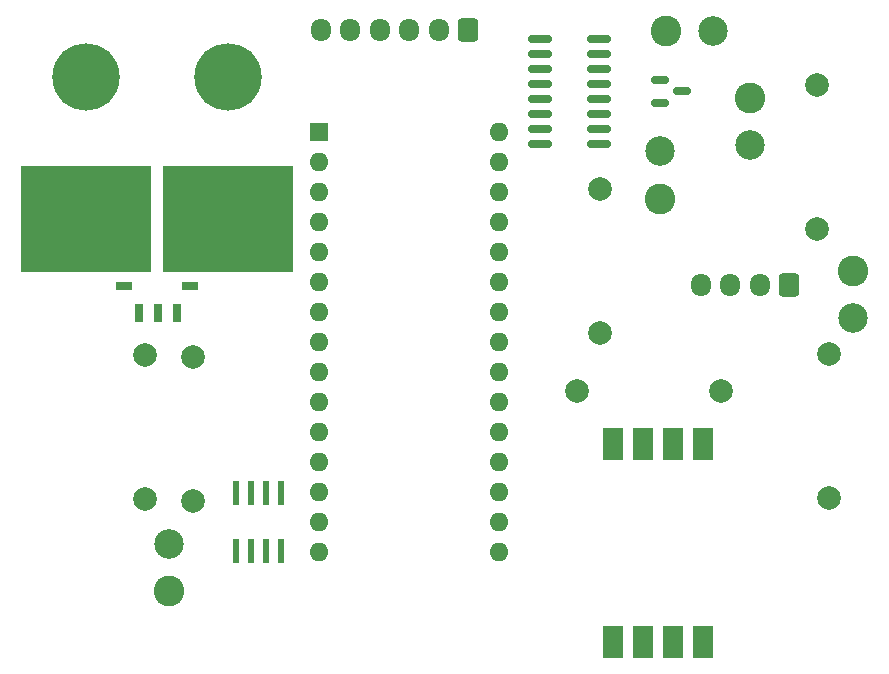
<source format=gbr>
%TF.GenerationSoftware,KiCad,Pcbnew,7.0.7*%
%TF.CreationDate,2023-12-14T17:45:07-06:00*%
%TF.ProjectId,test,74657374-2e6b-4696-9361-645f70636258,rev?*%
%TF.SameCoordinates,Original*%
%TF.FileFunction,Soldermask,Top*%
%TF.FilePolarity,Negative*%
%FSLAX46Y46*%
G04 Gerber Fmt 4.6, Leading zero omitted, Abs format (unit mm)*
G04 Created by KiCad (PCBNEW 7.0.7) date 2023-12-14 17:45:07*
%MOMM*%
%LPD*%
G01*
G04 APERTURE LIST*
G04 Aperture macros list*
%AMRoundRect*
0 Rectangle with rounded corners*
0 $1 Rounding radius*
0 $2 $3 $4 $5 $6 $7 $8 $9 X,Y pos of 4 corners*
0 Add a 4 corners polygon primitive as box body*
4,1,4,$2,$3,$4,$5,$6,$7,$8,$9,$2,$3,0*
0 Add four circle primitives for the rounded corners*
1,1,$1+$1,$2,$3*
1,1,$1+$1,$4,$5*
1,1,$1+$1,$6,$7*
1,1,$1+$1,$8,$9*
0 Add four rect primitives between the rounded corners*
20,1,$1+$1,$2,$3,$4,$5,0*
20,1,$1+$1,$4,$5,$6,$7,0*
20,1,$1+$1,$6,$7,$8,$9,0*
20,1,$1+$1,$8,$9,$2,$3,0*%
%AMFreePoly0*
4,1,5,5.500000,-4.500000,-5.500000,-4.500000,-5.500000,4.500000,5.500000,4.500000,5.500000,-4.500000,5.500000,-4.500000,$1*%
G04 Aperture macros list end*
%ADD10C,2.500000*%
%ADD11C,2.600000*%
%ADD12R,1.600000X1.600000*%
%ADD13O,1.600000X1.600000*%
%ADD14R,0.600000X2.000000*%
%ADD15C,5.700000*%
%ADD16FreePoly0,0.000000*%
%ADD17C,2.000000*%
%ADD18RoundRect,0.102000X-0.760000X1.270000X-0.760000X-1.270000X0.760000X-1.270000X0.760000X1.270000X0*%
%ADD19RoundRect,0.250000X0.600000X0.725000X-0.600000X0.725000X-0.600000X-0.725000X0.600000X-0.725000X0*%
%ADD20O,1.700000X1.950000*%
%ADD21RoundRect,0.187500X-0.187500X-0.612500X0.187500X-0.612500X0.187500X0.612500X-0.187500X0.612500X0*%
%ADD22RoundRect,0.187500X-0.512500X-0.187500X0.512500X-0.187500X0.512500X0.187500X-0.512500X0.187500X0*%
%ADD23RoundRect,0.425000X-0.475000X-0.425000X0.475000X-0.425000X0.475000X0.425000X-0.475000X0.425000X0*%
%ADD24RoundRect,0.150000X-0.587500X-0.150000X0.587500X-0.150000X0.587500X0.150000X-0.587500X0.150000X0*%
%ADD25RoundRect,0.150000X0.850000X0.150000X-0.850000X0.150000X-0.850000X-0.150000X0.850000X-0.150000X0*%
G04 APERTURE END LIST*
D10*
%TO.C,C4*%
X167132000Y-100584000D03*
D11*
X167132000Y-96584000D03*
%TD*%
D12*
%TO.C,A1*%
X121920000Y-84878000D03*
D13*
X121920000Y-87418000D03*
X121920000Y-89958000D03*
X121920000Y-92498000D03*
X121920000Y-95038000D03*
X121920000Y-97578000D03*
X121920000Y-100118000D03*
X121920000Y-102658000D03*
X121920000Y-105198000D03*
X121920000Y-107738000D03*
X121920000Y-110278000D03*
X121920000Y-112818000D03*
X121920000Y-115358000D03*
X121920000Y-117898000D03*
X121920000Y-120438000D03*
X137160000Y-120438000D03*
X137160000Y-117898000D03*
X137160000Y-115358000D03*
X137160000Y-112818000D03*
X137160000Y-110278000D03*
X137160000Y-107738000D03*
X137160000Y-105198000D03*
X137160000Y-102658000D03*
X137160000Y-100118000D03*
X137160000Y-97578000D03*
X137160000Y-95038000D03*
X137160000Y-92498000D03*
X137160000Y-89958000D03*
X137160000Y-87418000D03*
X137160000Y-84878000D03*
%TD*%
D14*
%TO.C,U1*%
X118745000Y-115448000D03*
X117475000Y-115448000D03*
X116205000Y-115448000D03*
X114935000Y-115448000D03*
X114935000Y-120348000D03*
X116205000Y-120348000D03*
X117475000Y-120348000D03*
X118745000Y-120348000D03*
%TD*%
D15*
%TO.C,J3*%
X102220000Y-92200000D03*
D16*
X102220000Y-92200000D03*
D15*
X102220000Y-80230000D03*
%TD*%
D17*
%TO.C,R6*%
X143774396Y-106807000D03*
X155974396Y-106807000D03*
%TD*%
D18*
%TO.C,U4*%
X154432000Y-111252000D03*
X151892000Y-111252000D03*
X149352000Y-111252000D03*
X146812000Y-111252000D03*
X146812000Y-128012000D03*
X149352000Y-128012000D03*
X151892000Y-128012000D03*
X154432000Y-128012000D03*
%TD*%
D19*
%TO.C,J1*%
X161738000Y-97836000D03*
D20*
X159238000Y-97836000D03*
X156738000Y-97836000D03*
X154238000Y-97836000D03*
%TD*%
D10*
%TO.C,C1*%
X158394396Y-85947000D03*
D11*
X158394396Y-81947000D03*
%TD*%
D21*
%TO.C,U2*%
X106704000Y-100190000D03*
X108304000Y-100190000D03*
X109904000Y-100190000D03*
D22*
X111004000Y-97890000D03*
D23*
X109704000Y-95440000D03*
X106704000Y-95440000D03*
D22*
X105404000Y-97890000D03*
%TD*%
D17*
%TO.C,R5*%
X145694396Y-89647000D03*
X145694396Y-101847000D03*
%TD*%
D24*
%TO.C,Q1*%
X150774396Y-80457000D03*
X150774396Y-82357000D03*
X152649396Y-81407000D03*
%TD*%
D17*
%TO.C,R2*%
X107213000Y-103755000D03*
X107213000Y-115955000D03*
%TD*%
D10*
%TO.C,C5*%
X109195000Y-119733000D03*
D11*
X109195000Y-123733000D03*
%TD*%
D25*
%TO.C,U3*%
X145654396Y-85852000D03*
X145654396Y-84582000D03*
X145654396Y-83312000D03*
X145654396Y-82042000D03*
X145654396Y-80772000D03*
X145654396Y-79502000D03*
X145654396Y-78232000D03*
X145654396Y-76962000D03*
X140654396Y-76962000D03*
X140654396Y-78232000D03*
X140654396Y-79502000D03*
X140654396Y-80772000D03*
X140654396Y-82042000D03*
X140654396Y-83312000D03*
X140654396Y-84582000D03*
X140654396Y-85852000D03*
%TD*%
D15*
%TO.C,J4*%
X114220000Y-92200000D03*
D16*
X114220000Y-92200000D03*
D15*
X114220000Y-80230000D03*
%TD*%
D10*
%TO.C,C3*%
X155314396Y-76327000D03*
D11*
X151314396Y-76327000D03*
%TD*%
D17*
%TO.C,R1*%
X165100000Y-115839000D03*
X165100000Y-103639000D03*
%TD*%
D19*
%TO.C,J2*%
X134580000Y-76200000D03*
D20*
X132080000Y-76200000D03*
X129580000Y-76200000D03*
X127080000Y-76200000D03*
X124580000Y-76200000D03*
X122080000Y-76200000D03*
%TD*%
D17*
%TO.C,R4*%
X164084000Y-80884000D03*
X164084000Y-93084000D03*
%TD*%
D10*
%TO.C,C6*%
X150774396Y-86487000D03*
D11*
X150774396Y-90487000D03*
%TD*%
D17*
%TO.C,R3*%
X111227000Y-116082000D03*
X111227000Y-103882000D03*
%TD*%
M02*

</source>
